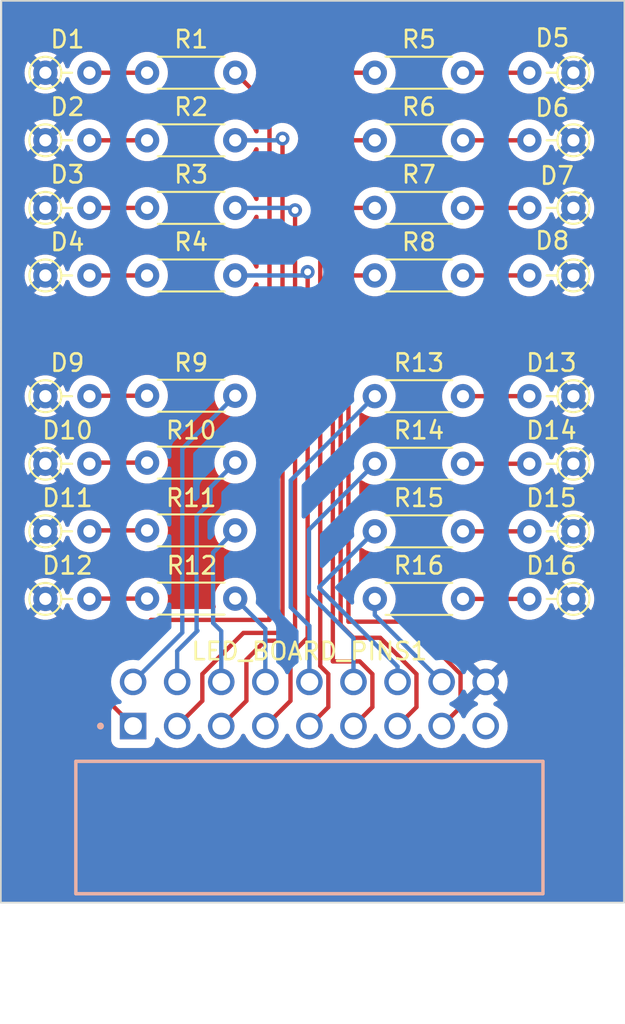
<source format=kicad_pcb>
(kicad_pcb (version 20221018) (generator pcbnew)
  (layers (0 "F.Cu" signal) (31 "B.Cu" signal) (34 "B.Paste" user) (35 "F.Paste" user) (36 "B.SilkS" user "B.Silkscreen") (37 "F.SilkS" user "F.Silkscreen") (38 "B.Mask" user) (39 "F.Mask" user) (44 "Edge.Cuts" user))
  (net 0 "")
  (net 1 "/GND")
  (net 2 "Net-(D1-A)")
  (net 3 "Net-(D2-A)")
  (net 4 "Net-(D3-A)")
  (net 5 "Net-(D4-A)")
  (net 6 "Net-(D5-A)")
  (net 7 "Net-(D6-A)")
  (net 8 "Net-(D7-A)")
  (net 9 "Net-(D8-A)")
  (net 10 "Net-(D9-A)")
  (net 11 "Net-(D10-A)")
  (net 12 "Net-(D11-A)")
  (net 13 "Net-(D12-A)")
  (net 14 "Net-(D13-A)")
  (net 15 "Net-(D14-A)")
  (net 16 "Net-(D15-A)")
  (net 17 "Net-(D16-A)")
  (net 18 "/Valve 1")
  (net 19 "/Valve 2")
  (net 20 "/Valve 3")
  (net 21 "/Valve 4")
  (net 22 "/Valve 5")
  (net 23 "/Valve 6")
  (net 24 "/Valve 7")
  (net 25 "/Valve 8")
  (net 26 "/Valve 9")
  (net 27 "/Valve 10")
  (net 28 "/Valve 11")
  (net 29 "/Valve 12")
  (net 30 "/Valve 13")
  (net 31 "/Valve 14")
  (net 32 "/Valve 15")
  (net 33 "/Valve 16")
  (footprint "Resistor_THT:R_Axial_DIN0204_L3.6mm_D1.6mm_P2.54mm_Vertical" (layer "F.Cu") (at 99.085 92.775)
    (fp_text reference "D9" (at 1.27 -1.92) (layer "F.SilkS"))
    (fp_text value "LED" hide)
    (fp_line (start 0.92 0) (end 1.54 0) (stroke (width 0.12)) (layer "F.SilkS"))
    (fp_circle (center 0 0) (end 0.92 0) (stroke (width 0.12)) (fill none) (layer "F.SilkS"))
    (pad "1" thru_hole circle (at 0 0) (size 1.4 1.4) (drill 0.7) (layers "*.Cu" "*.Mask") (net 1 "/GND"))
    (pad "2" thru_hole oval (at 2.54 0) (size 1.4 1.4) (drill 0.7) (layers "*.Cu" "*.Mask") (net 10 "Net-(D9-A)"))
  )
  (footprint "Resistor_THT:R_Axial_DIN0204_L3.6mm_D1.6mm_P2.54mm_Vertical" (layer "F.Cu") (at 129.515 78.05 180)
    (fp_text reference "D6" (at 1.22 1.875) (layer "F.SilkS"))
    (fp_text value "LED" hide)
    (fp_line (start 0.92 0) (end 1.54 0) (stroke (width 0.12)) (layer "F.SilkS"))
    (fp_circle (center 0 0) (end 0.92 0) (stroke (width 0.12)) (fill none) (layer "F.SilkS"))
    (pad "1" thru_hole circle (at 0 0 180) (size 1.4 1.4) (drill 0.7) (layers "*.Cu" "*.Mask") (net 1 "/GND"))
    (pad "2" thru_hole oval (at 2.54 0 180) (size 1.4 1.4) (drill 0.7) (layers "*.Cu" "*.Mask") (net 7 "Net-(D6-A)"))
  )
  (footprint "Resistor_THT:R_Axial_DIN0204_L3.6mm_D1.6mm_P5.08mm_Horizontal" (layer "F.Cu") (at 110.025 104.425 180)
    (fp_text reference "R12" (at 2.5 1.902) (layer "F.SilkS"))
    (fp_text value "R" hide)
    (fp_line (start 0.62 -0.92) (end 4.46 -0.92) (stroke (width 0.12)) (layer "F.SilkS"))
    (fp_line (start 0.62 0.92) (end 4.46 0.92) (stroke (width 0.12)) (layer "F.SilkS"))
    (pad "1" thru_hole circle (at 0 0 180) (size 1.4 1.4) (drill 0.7) (layers "*.Cu" "*.Mask") (net 29 "/Valve 12"))
    (pad "2" thru_hole oval (at 5.08 0 180) (size 1.4 1.4) (drill 0.7) (layers "*.Cu" "*.Mask") (net 13 "Net-(D12-A)"))
  )
  (footprint "Resistor_THT:R_Axial_DIN0204_L3.6mm_D1.6mm_P2.54mm_Vertical" (layer "F.Cu") (at 129.515 100.553666 180)
    (fp_text reference "D15" (at 1.27 1.92) (layer "F.SilkS"))
    (fp_text value "LED" hide)
    (fp_line (start 0.92 0) (end 1.54 0) (stroke (width 0.12)) (layer "F.SilkS"))
    (fp_circle (center 0 0) (end 0.92 0) (stroke (width 0.12)) (fill none) (layer "F.SilkS"))
    (pad "1" thru_hole circle (at 0 0 180) (size 1.4 1.4) (drill 0.7) (layers "*.Cu" "*.Mask") (net 1 "/GND"))
    (pad "2" thru_hole oval (at 2.54 0 180) (size 1.4 1.4) (drill 0.7) (layers "*.Cu" "*.Mask") (net 16 "Net-(D15-A)"))
  )
  (footprint "Resistor_THT:R_Axial_DIN0204_L3.6mm_D1.6mm_P2.54mm_Vertical" (layer "F.Cu") (at 99.085 96.664333)
    (fp_text reference "D10" (at 1.27 -1.92) (layer "F.SilkS"))
    (fp_text value "LED" hide)
    (fp_line (start 0.92 0) (end 1.54 0) (stroke (width 0.12)) (layer "F.SilkS"))
    (fp_circle (center 0 0) (end 0.92 0) (stroke (width 0.12)) (fill none) (layer "F.SilkS"))
    (pad "1" thru_hole circle (at 0 0) (size 1.4 1.4) (drill 0.7) (layers "*.Cu" "*.Mask") (net 1 "/GND"))
    (pad "2" thru_hole oval (at 2.54 0) (size 1.4 1.4) (drill 0.7) (layers "*.Cu" "*.Mask") (net 11 "Net-(D10-A)"))
  )
  (footprint "Resistor_THT:R_Axial_DIN0204_L3.6mm_D1.6mm_P2.54mm_Vertical" (layer "F.Cu") (at 99.085 100.553666)
    (fp_text reference "D11" (at 1.27 -1.92) (layer "F.SilkS"))
    (fp_text value "LED" hide)
    (fp_line (start 0.92 0) (end 1.54 0) (stroke (width 0.12)) (layer "F.SilkS"))
    (fp_circle (center 0 0) (end 0.92 0) (stroke (width 0.12)) (fill none) (layer "F.SilkS"))
    (pad "1" thru_hole circle (at 0 0) (size 1.4 1.4) (drill 0.7) (layers "*.Cu" "*.Mask") (net 1 "/GND"))
    (pad "2" thru_hole oval (at 2.54 0) (size 1.4 1.4) (drill 0.7) (layers "*.Cu" "*.Mask") (net 12 "Net-(D11-A)"))
  )
  (footprint "Resistor_THT:R_Axial_DIN0204_L3.6mm_D1.6mm_P2.54mm_Vertical" (layer "F.Cu") (at 99.085 85.828376)
    (fp_text reference "D4" (at 1.27 -1.92) (layer "F.SilkS"))
    (fp_text value "LED" hide)
    (fp_line (start 0.92 0) (end 1.54 0) (stroke (width 0.12)) (layer "F.SilkS"))
    (fp_circle (center 0 0) (end 0.92 0) (stroke (width 0.12)) (fill none) (layer "F.SilkS"))
    (pad "1" thru_hole circle (at 0 0) (size 1.4 1.4) (drill 0.7) (layers "*.Cu" "*.Mask") (net 1 "/GND"))
    (pad "2" thru_hole oval (at 2.54 0) (size 1.4 1.4) (drill 0.7) (layers "*.Cu" "*.Mask") (net 5 "Net-(D4-A)"))
  )
  (footprint "Resistor_THT:R_Axial_DIN0204_L3.6mm_D1.6mm_P5.08mm_Horizontal" (layer "F.Cu") (at 118.07 104.443)
    (fp_text reference "R16" (at 2.54 -1.92) (layer "F.SilkS"))
    (fp_text value "R" hide)
    (fp_line (start 0.62 -0.92) (end 4.46 -0.92) (stroke (width 0.12)) (layer "F.SilkS"))
    (fp_line (start 0.62 0.92) (end 4.46 0.92) (stroke (width 0.12)) (layer "F.SilkS"))
    (pad "1" thru_hole circle (at 0 0) (size 1.4 1.4) (drill 0.7) (layers "*.Cu" "*.Mask") (net 33 "/Valve 16"))
    (pad "2" thru_hole oval (at 5.08 0) (size 1.4 1.4) (drill 0.7) (layers "*.Cu" "*.Mask") (net 17 "Net-(D16-A)"))
  )
  (footprint "Resistor_THT:R_Axial_DIN0204_L3.6mm_D1.6mm_P5.08mm_Horizontal" (layer "F.Cu") (at 118.07 96.664333)
    (fp_text reference "R14" (at 2.54 -1.92) (layer "F.SilkS"))
    (fp_text value "R" hide)
    (fp_line (start 0.62 -0.92) (end 4.46 -0.92) (stroke (width 0.12)) (layer "F.SilkS"))
    (fp_line (start 0.62 0.92) (end 4.46 0.92) (stroke (width 0.12)) (layer "F.SilkS"))
    (pad "1" thru_hole circle (at 0 0) (size 1.4 1.4) (drill 0.7) (layers "*.Cu" "*.Mask") (net 31 "/Valve 14"))
    (pad "2" thru_hole oval (at 5.08 0) (size 1.4 1.4) (drill 0.7) (layers "*.Cu" "*.Mask") (net 15 "Net-(D14-A)"))
  )
  (footprint "Resistor_THT:R_Axial_DIN0204_L3.6mm_D1.6mm_P5.08mm_Horizontal" (layer "F.Cu") (at 110.025 78.05 180)
    (fp_text reference "R2" (at 2.54 1.92) (layer "F.SilkS"))
    (fp_text value "R" hide)
    (fp_line (start 0.62 -0.92) (end 4.46 -0.92) (stroke (width 0.12)) (layer "F.SilkS"))
    (fp_line (start 0.62 0.92) (end 4.46 0.92) (stroke (width 0.12)) (layer "F.SilkS"))
    (pad "1" thru_hole circle (at 0 0 180) (size 1.4 1.4) (drill 0.7) (layers "*.Cu" "*.Mask") (net 19 "/Valve 2"))
    (pad "2" thru_hole oval (at 5.08 0 180) (size 1.4 1.4) (drill 0.7) (layers "*.Cu" "*.Mask") (net 3 "Net-(D2-A)"))
  )
  (footprint "Resistor_THT:R_Axial_DIN0204_L3.6mm_D1.6mm_P5.08mm_Horizontal" (layer "F.Cu") (at 110.025 81.939187 180)
    (fp_text reference "R3" (at 2.54 1.92) (layer "F.SilkS"))
    (fp_text value "R" hide)
    (fp_line (start 0.62 -0.92) (end 4.46 -0.92) (stroke (width 0.12)) (layer "F.SilkS"))
    (fp_line (start 0.62 0.92) (end 4.46 0.92) (stroke (width 0.12)) (layer "F.SilkS"))
    (pad "1" thru_hole circle (at 0 0 180) (size 1.4 1.4) (drill 0.7) (layers "*.Cu" "*.Mask") (net 20 "/Valve 3"))
    (pad "2" thru_hole oval (at 5.08 0 180) (size 1.4 1.4) (drill 0.7) (layers "*.Cu" "*.Mask") (net 4 "Net-(D3-A)"))
  )
  (footprint "Resistor_THT:R_Axial_DIN0204_L3.6mm_D1.6mm_P2.54mm_Vertical" (layer "F.Cu") (at 129.515 81.939187 180)
    (fp_text reference "D7" (at 0.945 1.85) (layer "F.SilkS"))
    (fp_text value "LED" hide)
    (fp_line (start 0.92 0) (end 1.54 0) (stroke (width 0.12)) (layer "F.SilkS"))
    (fp_circle (center 0 0) (end 0.92 0) (stroke (width 0.12)) (fill none) (layer "F.SilkS"))
    (pad "1" thru_hole circle (at 0 0 180) (size 1.4 1.4) (drill 0.7) (layers "*.Cu" "*.Mask") (net 1 "/GND"))
    (pad "2" thru_hole oval (at 2.54 0 180) (size 1.4 1.4) (drill 0.7) (layers "*.Cu" "*.Mask") (net 8 "Net-(D7-A)"))
  )
  (footprint "Resistor_THT:R_Axial_DIN0204_L3.6mm_D1.6mm_P5.08mm_Horizontal" (layer "F.Cu") (at 110.025 92.75 180)
    (fp_text reference "R9" (at 2.54 1.895) (layer "F.SilkS"))
    (fp_text value "R" hide)
    (fp_line (start 0.62 -0.92) (end 4.46 -0.92) (stroke (width 0.12)) (layer "F.SilkS"))
    (fp_line (start 0.62 0.92) (end 4.46 0.92) (stroke (width 0.12)) (layer "F.SilkS"))
    (pad "1" thru_hole circle (at 0 0 180) (size 1.4 1.4) (drill 0.7) (layers "*.Cu" "*.Mask") (net 26 "/Valve 9"))
    (pad "2" thru_hole oval (at 5.08 0 180) (size 1.4 1.4) (drill 0.7) (layers "*.Cu" "*.Mask") (net 10 "Net-(D9-A)"))
  )
  (footprint "Resistor_THT:R_Axial_DIN0204_L3.6mm_D1.6mm_P5.08mm_Horizontal" (layer "F.Cu") (at 110.025 96.6 180)
    (fp_text reference "R10" (at 2.54 1.855667) (layer "F.SilkS"))
    (fp_text value "R" hide)
    (fp_line (start 0.62 -0.92) (end 4.46 -0.92) (stroke (width 0.12)) (layer "F.SilkS"))
    (fp_line (start 0.62 0.92) (end 4.46 0.92) (stroke (width 0.12)) (layer "F.SilkS"))
    (pad "1" thru_hole circle (at 0 0 180) (size 1.4 1.4) (drill 0.7) (layers "*.Cu" "*.Mask") (net 27 "/Valve 10"))
    (pad "2" thru_hole oval (at 5.08 0 180) (size 1.4 1.4) (drill 0.7) (layers "*.Cu" "*.Mask") (net 11 "Net-(D10-A)"))
  )
  (footprint "Resistor_THT:R_Axial_DIN0204_L3.6mm_D1.6mm_P2.54mm_Vertical" (layer "F.Cu") (at 99.085 78.05)
    (fp_text reference "D2" (at 1.27 -1.92) (layer "F.SilkS"))
    (fp_text value "LED" hide)
    (fp_line (start 0.92 0) (end 1.54 0) (stroke (width 0.12)) (layer "F.SilkS"))
    (fp_circle (center 0 0) (end 0.92 0) (stroke (width 0.12)) (fill none) (layer "F.SilkS"))
    (pad "1" thru_hole circle (at 0 0) (size 1.4 1.4) (drill 0.7) (layers "*.Cu" "*.Mask") (net 1 "/GND"))
    (pad "2" thru_hole oval (at 2.54 0) (size 1.4 1.4) (drill 0.7) (layers "*.Cu" "*.Mask") (net 3 "Net-(D2-A)"))
  )
  (footprint "Resistor_THT:R_Axial_DIN0204_L3.6mm_D1.6mm_P2.54mm_Vertical" (layer "F.Cu") (at 129.515 96.664333 180)
    (fp_text reference "D14" (at 1.27 1.92) (layer "F.SilkS"))
    (fp_text value "LED" hide)
    (fp_line (start 0.92 0) (end 1.54 0) (stroke (width 0.12)) (layer "F.SilkS"))
    (fp_circle (center 0 0) (end 0.92 0) (stroke (width 0.12)) (fill none) (layer "F.SilkS"))
    (pad "1" thru_hole circle (at 0 0 180) (size 1.4 1.4) (drill 0.7) (layers "*.Cu" "*.Mask") (net 1 "/GND"))
    (pad "2" thru_hole oval (at 2.54 0 180) (size 1.4 1.4) (drill 0.7) (layers "*.Cu" "*.Mask") (net 15 "Net-(D14-A)"))
  )
  (footprint "Resistor_THT:R_Axial_DIN0204_L3.6mm_D1.6mm_P5.08mm_Horizontal" (layer "F.Cu") (at 110.025 85.828376 180)
    (fp_text reference "R4" (at 2.54 1.92) (layer "F.SilkS"))
    (fp_text value "R" hide)
    (fp_line (start 0.62 -0.92) (end 4.46 -0.92) (stroke (width 0.12)) (layer "F.SilkS"))
    (fp_line (start 0.62 0.92) (end 4.46 0.92) (stroke (width 0.12)) (layer "F.SilkS"))
    (pad "1" thru_hole circle (at 0 0 180) (size 1.4 1.4) (drill 0.7) (layers "*.Cu" "*.Mask") (net 21 "/Valve 4"))
    (pad "2" thru_hole oval (at 5.08 0 180) (size 1.4 1.4) (drill 0.7) (layers "*.Cu" "*.Mask") (net 5 "Net-(D4-A)"))
  )
  (footprint "Resistor_THT:R_Axial_DIN0204_L3.6mm_D1.6mm_P5.08mm_Horizontal" (layer "F.Cu") (at 118.07 92.775)
    (fp_text reference "R13" (at 2.54 -1.92) (layer "F.SilkS"))
    (fp_text value "R" hide)
    (fp_line (start 0.62 -0.92) (end 4.46 -0.92) (stroke (width 0.12)) (layer "F.SilkS"))
    (fp_line (start 0.62 0.92) (end 4.46 0.92) (stroke (width 0.12)) (layer "F.SilkS"))
    (pad "1" thru_hole circle (at 0 0) (size 1.4 1.4) (drill 0.7) (layers "*.Cu" "*.Mask") (net 30 "/Valve 13"))
    (pad "2" thru_hole oval (at 5.08 0) (size 1.4 1.4) (drill 0.7) (layers "*.Cu" "*.Mask") (net 14 "Net-(D13-A)"))
  )
  (footprint "Resistor_THT:R_Axial_DIN0204_L3.6mm_D1.6mm_P5.08mm_Horizontal" (layer "F.Cu") (at 118.07 81.939187)
    (fp_text reference "R7" (at 2.54 -1.92) (layer "F.SilkS"))
    (fp_text value "R" hide)
    (fp_line (start 0.62 -0.92) (end 4.46 -0.92) (stroke (width 0.12)) (layer "F.SilkS"))
    (fp_line (start 0.62 0.92) (end 4.46 0.92) (stroke (width 0.12)) (layer "F.SilkS"))
    (pad "1" thru_hole circle (at 0 0) (size 1.4 1.4) (drill 0.7) (layers "*.Cu" "*.Mask") (net 24 "/Valve 7"))
    (pad "2" thru_hole oval (at 5.08 0) (size 1.4 1.4) (drill 0.7) (layers "*.Cu" "*.Mask") (net 8 "Net-(D7-A)"))
  )
  (footprint "Resistor_THT:R_Axial_DIN0204_L3.6mm_D1.6mm_P5.08mm_Horizontal" (layer "F.Cu") (at 110.025 100.5 180)
    (fp_text reference "R11" (at 2.54 1.866334) (layer "F.SilkS"))
    (fp_text value "R" hide)
    (fp_line (start 0.62 -0.92) (end 4.46 -0.92) (stroke (width 0.12)) (layer "F.SilkS"))
    (fp_line (start 0.62 0.92) (end 4.46 0.92) (stroke (width 0.12)) (layer "F.SilkS"))
    (pad "1" thru_hole circle (at 0 0 180) (size 1.4 1.4) (drill 0.7) (layers "*.Cu" "*.Mask") (net 28 "/Valve 11"))
    (pad "2" thru_hole oval (at 5.08 0 180) (size 1.4 1.4) (drill 0.7) (layers "*.Cu" "*.Mask") (net 12 "Net-(D11-A)"))
  )
  (footprint "Resistor_THT:R_Axial_DIN0204_L3.6mm_D1.6mm_P5.08mm_Horizontal" (layer "F.Cu") (at 118.07 85.828376)
    (fp_text reference "R8" (at 2.54 -1.92) (layer "F.SilkS"))
    (fp_text value "R" hide)
    (fp_line (start 0.62 -0.92) (end 4.46 -0.92) (stroke (width 0.12)) (layer "F.SilkS"))
    (fp_line (start 0.62 0.92) (end 4.46 0.92) (stroke (width 0.12)) (layer "F.SilkS"))
    (pad "1" thru_hole circle (at 0 0) (size 1.4 1.4) (drill 0.7) (layers "*.Cu" "*.Mask") (net 25 "/Valve 8"))
    (pad "2" thru_hole oval (at 5.08 0) (size 1.4 1.4) (drill 0.7) (layers "*.Cu" "*.Mask") (net 9 "Net-(D8-A)"))
  )
  (footprint "Resistor_THT:R_Axial_DIN0204_L3.6mm_D1.6mm_P2.54mm_Vertical" (layer "F.Cu") (at 129.515 104.443 180)
    (fp_text reference "D16" (at 1.27 1.92) (layer "F.SilkS"))
    (fp_text value "LED" hide)
    (fp_line (start 0.92 0) (end 1.54 0) (stroke (width 0.12)) (layer "F.SilkS"))
    (fp_circle (center 0 0) (end 0.92 0) (stroke (width 0.12)) (fill none) (layer "F.SilkS"))
    (pad "1" thru_hole circle (at 0 0 180) (size 1.4 1.4) (drill 0.7) (layers "*.Cu" "*.Mask") (net 1 "/GND"))
    (pad "2" thru_hole oval (at 2.54 0 180) (size 1.4 1.4) (drill 0.7) (layers "*.Cu" "*.Mask") (net 17 "Net-(D16-A)"))
  )
  (footprint "Resistor_THT:R_Axial_DIN0204_L3.6mm_D1.6mm_P2.54mm_Vertical" (layer "F.Cu") (at 129.515 92.775 180)
    (fp_text reference "D13" (at 1.27 1.92) (layer "F.SilkS"))
    (fp_text value "LED" hide)
    (fp_line (start 0.92 0) (end 1.54 0) (stroke (width 0.12)) (layer "F.SilkS"))
    (fp_circle (center 0 0) (end 0.92 0) (stroke (width 0.12)) (fill none) (layer "F.SilkS"))
    (pad "1" thru_hole circle (at 0 0 180) (size 1.4 1.4) (drill 0.7) (layers "*.Cu" "*.Mask") (net 1 "/GND"))
    (pad "2" thru_hole oval (at 2.54 0 180) (size 1.4 1.4) (drill 0.7) (layers "*.Cu" "*.Mask") (net 14 "Net-(D13-A)"))
  )
  (footprint "Resistor_THT:R_Axial_DIN0204_L3.6mm_D1.6mm_P5.08mm_Horizontal" (layer "F.Cu") (at 118.07 100.553666)
    (fp_text reference "R15" (at 2.54 -1.92) (layer "F.SilkS"))
    (fp_text value "R" hide)
    (fp_line (start 0.62 -0.92) (end 4.46 -0.92) (stroke (width 0.12)) (layer "F.SilkS"))
    (fp_line (start 0.62 0.92) (end 4.46 0.92) (stroke (width 0.12)) (layer "F.SilkS"))
    (pad "1" thru_hole circle (at 0 0) (size 1.4 1.4) (drill 0.7) (layers "*.Cu" "*.Mask") (net 32 "/Valve 15"))
    (pad "2" thru_hole oval (at 5.08 0) (size 1.4 1.4) (drill 0.7) (layers "*.Cu" "*.Mask") (net 16 "Net-(D15-A)"))
  )
  (footprint "Resistor_THT:R_Axial_DIN0204_L3.6mm_D1.6mm_P2.54mm_Vertical" (layer "F.Cu") (at 99.085 104.443)
    (fp_text reference "D12" (at 1.27 -1.92) (layer "F.SilkS"))
    (fp_text value "LED" hide)
    (fp_line (start 0.92 0) (end 1.54 0) (stroke (width 0.12)) (layer "F.SilkS"))
    (fp_circle (center 0 0) (end 0.92 0) (stroke (width 0.12)) (fill none) (layer "F.SilkS"))
    (pad "1" thru_hole circle (at 0 0) (size 1.4 1.4) (drill 0.7) (layers "*.Cu" "*.Mask") (net 1 "/GND"))
    (pad "2" thru_hole oval (at 2.54 0) (size 1.4 1.4) (drill 0.7) (layers "*.Cu" "*.Mask") (net 13 "Net-(D12-A)"))
  )
  (footprint "Resistor_THT:R_Axial_DIN0204_L3.6mm_D1.6mm_P2.54mm_Vertical" (layer "F.Cu") (at 99.085 81.939187)
    (fp_text reference "D3" (at 1.27 -1.92) (layer "F.SilkS"))
    (fp_text value "LED" hide)
    (fp_line (start 0.92 0) (end 1.54 0) (stroke (width 0.12)) (layer "F.SilkS"))
    (fp_circle (center 0 0) (end 0.92 0) (stroke (width 0.12)) (fill none) (layer "F.SilkS"))
    (pad "1" thru_hole circle (at 0 0) (size 1.4 1.4) (drill 0.7) (layers "*.Cu" "*.Mask") (net 1 "/GND"))
    (pad "2" thru_hole oval (at 2.54 0) (size 1.4 1.4) (drill 0.7) (layers "*.Cu" "*.Mask") (net 4 "Net-(D3-A)"))
  )
  (footprint "Resistor_THT:R_Axial_DIN0204_L3.6mm_D1.6mm_P5.08mm_Horizontal" (layer "F.Cu") (at 110.025 74.160813 180)
    (fp_text reference "R1" (at 2.54 1.92) (layer "F.SilkS"))
    (fp_text value "R" hide)
    (fp_line (start 0.62 -0.92) (end 4.46 -0.92) (stroke (width 0.12)) (layer "F.SilkS"))
    (fp_line (start 0.62 0.92) (end 4.46 0.92) (stroke (width 0.12)) (layer "F.SilkS"))
    (pad "1" thru_hole circle (at 0 0 180) (size 1.4 1.4) (drill 0.7) (layers "*.Cu" "*.Mask") (net 18 "/Valve 1"))
    (pad "2" thru_hole oval (at 5.08 0 180) (size 1.4 1.4) (drill 0.7) (layers "*.Cu" "*.Mask") (net 2 "Net-(D1-A)"))
  )
  (footprint "Resistor_THT:R_Axial_DIN0204_L3.6mm_D1.6mm_P5.08mm_Horizontal" (layer "F.Cu") (at 118.07 78.05)
    (fp_text reference "R6" (at 2.54 -1.92) (layer "F.SilkS"))
    (fp_text value "R" hide)
    (fp_line (start 0.62 -0.92) (end 4.46 -0.92) (stroke (width 0.12)) (layer "F.SilkS"))
    (fp_line (start 0.62 0.92) (end 4.46 0.92) (stroke (width 0.12)) (layer "F.SilkS"))
    (pad "1" thru_hole circle (at 0 0) (size 1.4 1.4) (drill 0.7) (layers "*.Cu" "*.Mask") (net 23 "/Valve 6"))
    (pad "2" thru_hole oval (at 5.08 0) (size 1.4 1.4) (drill 0.7) (layers "*.Cu" "*.Mask") (net 7 "Net-(D6-A)"))
  )
  (footprint "Resistor_THT:R_Axial_DIN0204_L3.6mm_D1.6mm_P2.54mm_Vertical" (layer "F.Cu") (at 129.515 74.160813 180)
    (fp_text reference "D5" (at 1.215 2) (layer "F.SilkS"))
    (fp_text value "LED" hide)
    (fp_line (start 0.92 0) (end 1.54 0) (stroke (width 0.12)) (layer "F.SilkS"))
    (fp_circle (center 0 0) (end 0.92 0) (stroke (width 0.12)) (fill none) (layer "F.SilkS"))
    (pad "1" thru_hole circle (at 0 0 180) (size 1.4 1.4) (drill 0.7) (layers "*.Cu" "*.Mask") (net 1 "/GND"))
    (pad "2" thru_hole oval (at 2.54 0 180) (size 1.4 1.4) (drill 0.7) (layers "*.Cu" "*.Mask") (net 6 "Net-(D5-A)"))
  )
  (footprint "Resistor_THT:R_Axial_DIN0204_L3.6mm_D1.6mm_P2.54mm_Vertical" (layer "F.Cu") (at 129.515 85.828376 180)
    (fp_text reference "D8" (at 1.22 2) (layer "F.SilkS"))
    (fp_text value "LED" hide)
    (fp_line (start 0.92 0) (end 1.54 0) (stroke (width 0.12)) (layer "F.SilkS"))
    (fp_circle (center 0 0) (end 0.92 0) (stroke (width 0.12)) (fill none) (layer "F.SilkS"))
    (pad "1" thru_hole circle (at 0 0 180) (size 1.4 1.4) (drill 0.7) (layers "*.Cu" "*.Mask") (net 1 "/GND"))
    (pad "2" thru_hole oval (at 2.54 0 180) (size 1.4 1.4) (drill 0.7) (layers "*.Cu" "*.Mask") (net 9 "Net-(D8-A)"))
  )
  (footprint "Resistor_THT:R_Axial_DIN0204_L3.6mm_D1.6mm_P2.54mm_Vertical" (layer "F.Cu") (at 99.085 74.160813)
    (fp_text reference "D1" (at 1.27 -1.92) (layer "F.SilkS"))
    (fp_text value "LED" hide)
    (fp_line (start 0.92 0) (end 1.54 0) (stroke (width 0.12)) (layer "F.SilkS"))
    (fp_circle (center 0 0) (end 0.92 0) (stroke (width 0.12)) (fill none) (layer "F.SilkS"))
    (pad "1" thru_hole circle (at 0 0) (size 1.4 1.4) (drill 0.7) (layers "*.Cu" "*.Mask") (net 1 "/GND"))
    (pad "2" thru_hole oval (at 2.54 0) (size 1.4 1.4) (drill 0.7) (layers "*.Cu" "*.Mask") (net 2 "Net-(D1-A)"))
  )
  (footprint "Resistor_THT:R_Axial_DIN0204_L3.6mm_D1.6mm_P5.08mm_Horizontal" (layer "F.Cu") (at 118.07 74.160813)
    (fp_text reference "R5" (at 2.54 -1.92) (layer "F.SilkS"))
    (fp_text value "R" hide)
    (fp_line (start 0.62 -0.92) (end 4.46 -0.92) (stroke (width 0.12)) (layer "F.SilkS"))
    (fp_line (start 0.62 0.92) (end 4.46 0.92) (stroke (width 0.12)) (layer "F.SilkS"))
    (pad "1" thru_hole circle (at 0 0) (size 1.4 1.4) (drill 0.7) (layers "*.Cu" "*.Mask") (net 22 "/Valve 5"))
    (pad "2" thru_hole oval (at 5.08 0) (size 1.4 1.4) (drill 0.7) (layers "*.Cu" "*.Mask") (net 6 "Net-(D5-A)"))
  )
  (footprint "IPL1-109-01-L-D-RE1-K:SAMTEC_IPL1-109-01-L-D-RE1-K" (layer "B.Cu") (at 114.3 110.49)
    (fp_text reference "LED_BOARD_PINS1" (at 0 -3.035) (layer "F.SilkS"))
    (fp_text value "IPL1-108-01-L-D-RE1-K-WT" hide)
    (fp_line (start -13.46 3.3) (end 13.46 3.3) (stroke (width 0.2)) (layer "B.SilkS"))
    (fp_line (start -13.46 10.92) (end -13.46 3.3) (stroke (width 0.2)) (layer "B.SilkS"))
    (fp_line (start 13.46 3.3) (end 13.46 10.92) (stroke (width 0.2)) (layer "B.SilkS"))
    (fp_line (start 13.46 10.92) (end -13.46 10.92) (stroke (width 0.2)) (layer "B.SilkS"))
    (fp_circle (center -12.04 1.27) (end -11.94 1.27) (stroke (width 0.2)) (fill none) (layer "B.SilkS"))
    (pad "01" thru_hole rect (at -10.16 1.27) (size 1.53 1.53) (drill 1.02) (layers "*.Cu" "*.Mask") (net 18 "/Valve 1"))
    (pad "02" thru_hole circle (at -7.62 1.27) (size 1.53 1.53) (drill 1.02) (layers "*.Cu" "*.Mask") (net 19 "/Valve 2"))
    (pad "03" thru_hole circle (at -5.08 1.27) (size 1.53 1.53) (drill 1.02) (layers "*.Cu" "*.Mask") (net 20 "/Valve 3"))
    (pad "04" thru_hole circle (at -2.54 1.27) (size 1.53 1.53) (drill 1.02) (layers "*.Cu" "*.Mask") (net 21 "/Valve 4"))
    (pad "05" thru_hole circle (at 0 1.27) (size 1.53 1.53) (drill 1.02) (layers "*.Cu" "*.Mask") (net 22 "/Valve 5"))
    (pad "06" thru_hole circle (at 2.54 1.27) (size 1.53 1.53) (drill 1.02) (layers "*.Cu" "*.Mask") (net 23 "/Valve 6"))
    (pad "07" thru_hole circle (at 5.08 1.27) (size 1.53 1.53) (drill 1.02) (layers "*.Cu" "*.Mask") (net 24 "/Valve 7"))
    (pad "08" thru_hole circle (at 7.62 1.27) (size 1.53 1.53) (drill 1.02) (layers "*.Cu" "*.Mask") (net 25 "/Valve 8"))
    (pad "09" thru_hole circle (at 10.16 1.27) (size 1.53 1.53) (drill 1.02) (layers "*.Cu" "*.Mask"))
    (pad "10" thru_hole circle (at -10.16 -1.27) (size 1.53 1.53) (drill 1.02) (layers "*.Cu" "*.Mask") (net 26 "/Valve 9"))
    (pad "11" thru_hole circle (at -7.62 -1.27) (size 1.53 1.53) (drill 1.02) (layers "*.Cu" "*.Mask") (net 27 "/Valve 10"))
    (pad "12" thru_hole circle (at -5.08 -1.27) (size 1.53 1.53) (drill 1.02) (layers "*.Cu" "*.Mask") (net 28 "/Valve 11"))
    (pad "13" thru_hole circle (at -2.54 -1.27) (size 1.53 1.53) (drill 1.02) (layers "*.Cu" "*.Mask") (net 29 "/Valve 12"))
    (pad "14" thru_hole circle (at 0 -1.27) (size 1.53 1.53) (drill 1.02) (layers "*.Cu" "*.Mask") (net 30 "/Valve 13"))
    (pad "15" thru_hole circle (at 2.54 -1.27) (size 1.53 1.53) (drill 1.02) (layers "*.Cu" "*.Mask") (net 31 "/Valve 14"))
    (pad "16" thru_hole circle (at 5.08 -1.27) (size 1.53 1.53) (drill 1.02) (layers "*.Cu" "*.Mask") (net 32 "/Valve 15"))
    (pad "17" thru_hole circle (at 7.62 -1.27) (size 1.53 1.53) (drill 1.02) (layers "*.Cu" "*.Mask") (net 33 "/Valve 16"))
    (pad "18" thru_hole circle (at 10.16 -1.27) (size 1.53 1.53) (drill 1.02) (layers "*.Cu" "*.Mask") (net 1 "/GND"))
  )
  (gr_line (start 132.425 121.92) (end 96.52 121.92) (stroke (width 0.1)) (layer "Edge.Cuts"))
  (gr_line (start 96.55 70.025) (end 132.45 70.025) (stroke (width 0.1)) (layer "Edge.Cuts"))
  (gr_line (start 96.52 121.92) (end 96.55 70.025) (stroke (width 0.1)) (layer "Edge.Cuts"))
  (gr_line (start 132.45 70.025) (end 132.425 121.92) (stroke (width 0.1)) (layer "Edge.Cuts"))
  (segment (start 101.625 74.160813) (end 104.945 74.160813) (width 0.25) (layer "F.Cu") (net 2))
  (segment (start 101.625 78.05) (end 104.945 78.05) (width 0.25) (layer "F.Cu") (net 3))
  (segment (start 101.625 81.939187) (end 104.945 81.939187) (width 0.25) (layer "F.Cu") (net 4))
  (segment (start 101.625 85.828376) (end 104.945 85.828376) (width 0.25) (layer "F.Cu") (net 5))
  (segment (start 123.15 74.160813) (end 126.975 74.160813) (width 0.25) (layer "F.Cu") (net 6))
  (segment (start 123.15 78.05) (end 126.975 78.05) (width 0.25) (layer "F.Cu") (net 7))
  (segment (start 123.15 81.939187) (end 126.975 81.939187) (width 0.25) (layer "F.Cu") (net 8))
  (segment (start 123.15 85.828376) (end 126.975 85.828376) (width 0.25) (layer "F.Cu") (net 9))
  (segment (start 104.945 92.75) (end 101.65 92.75) (width 0.25) (layer "F.Cu") (net 10))
  (segment (start 101.65 92.75) (end 101.625 92.775) (width 0.25) (layer "F.Cu") (net 10))
  (segment (start 101.689333 96.6) (end 101.625 96.664333) (width 0.25) (layer "F.Cu") (net 11))
  (segment (start 104.945 96.6) (end 101.689333 96.6) (width 0.25) (layer "F.Cu") (net 11))
  (segment (start 101.678666 100.5) (end 101.625 100.553666) (width 0.25) (layer "F.Cu") (net 12))
  (segment (start 104.945 100.5) (end 101.678666 100.5) (width 0.25) (layer "F.Cu") (net 12))
  (segment (start 104.945 104.425) (end 101.643 104.425) (width 0.25) (layer "F.Cu") (net 13))
  (segment (start 101.643 104.425) (end 101.625 104.443) (width 0.25) (layer "F.Cu") (net 13))
  (segment (start 123.15 92.775) (end 126.975 92.775) (width 0.25) (layer "F.Cu") (net 14))
  (segment (start 123.15 96.664333) (end 126.975 96.664333) (width 0.25) (layer "F.Cu") (net 15))
  (segment (start 123.15 100.553666) (end 126.975 100.553666) (width 0.25) (layer "F.Cu") (net 16))
  (segment (start 123.15 104.443) (end 126.975 104.443) (width 0.25) (layer "F.Cu") (net 17))
  (segment (start 105.17 105.65) (end 112 105.65) (width 0.25) (layer "F.Cu") (net 18))
  (segment (start 101.6 109.22) (end 105.17 105.65) (width 0.25) (layer "F.Cu") (net 18))
  (segment (start 104.14 111.76) (end 101.6 109.22) (width 0.25) (layer "F.Cu") (net 18))
  (segment (start 112 76.135813) (end 110.025 74.160813) (width 0.25) (layer "F.Cu") (net 18))
  (segment (start 112 105.65) (end 112 76.135813) (width 0.25) (layer "F.Cu") (net 18))
  (segment (start 108.13 108.768507) (end 110.499547 106.39896) (width 0.25) (layer "F.Cu") (net 19))
  (segment (start 108.13 110.31) (end 108.13 108.768507) (width 0.25) (layer "F.Cu") (net 19))
  (segment (start 110.499547 106.39896) (end 112.75 106.39896) (width 0.25) (layer "F.Cu") (net 19))
  (segment (start 112.75 106.39896) (end 112.75 77.95) (width 0.25) (layer "F.Cu") (net 19))
  (segment (start 106.68 111.76) (end 108.13 110.31) (width 0.25) (layer "F.Cu") (net 19))
  (via (at 112.75 77.95) (size 0.8) (drill 0.4) (layers "F.Cu" "B.Cu") (net 19))
  (segment (start 112.65 78.05) (end 110.025 78.05) (width 0.25) (layer "B.Cu") (net 19))
  (segment (start 112.75 77.95) (end 112.65 78.05) (width 0.25) (layer "B.Cu") (net 19))
  (segment (start 111.76 106.84896) (end 113.3 106.84896) (width 0.25) (layer "F.Cu") (net 20))
  (segment (start 113.4745 106.67446) (end 113.4745 82.075) (width 0.25) (layer "F.Cu") (net 20))
  (segment (start 109.22 111.76) (end 110.67 110.31) (width 0.25) (layer "F.Cu") (net 20))
  (segment (start 110.67 107.93896) (end 111.76 106.84896) (width 0.25) (layer "F.Cu") (net 20))
  (segment (start 110.67 110.31) (end 110.67 107.93896) (width 0.25) (layer "F.Cu") (net 20))
  (segment (start 113.3 106.84896) (end 113.4745 106.67446) (width 0.25) (layer "F.Cu") (net 20))
  (via (at 113.4745 82.075) (size 0.8) (drill 0.4) (layers "F.Cu" "B.Cu") (net 20))
  (segment (start 113.4745 82.075) (end 113.338687 81.939187) (width 0.25) (layer "B.Cu") (net 20))
  (segment (start 113.338687 81.939187) (end 110.025 81.939187) (width 0.25) (layer "B.Cu") (net 20))
  (segment (start 111.76 111.76) (end 113.21 110.31) (width 0.25) (layer "F.Cu") (net 21))
  (segment (start 113.21 110.31) (end 113.21 107.669) (width 0.25) (layer "F.Cu") (net 21))
  (segment (start 114.199 106.68) (end 114.199 85.625) (width 0.25) (layer "F.Cu") (net 21))
  (segment (start 113.21 107.669) (end 114.199 106.68) (width 0.25) (layer "F.Cu") (net 21))
  (via (at 114.199 85.625) (size 0.8) (drill 0.4) (layers "F.Cu" "B.Cu") (net 21))
  (segment (start 114.199 85.625) (end 113.995624 85.828376) (width 0.25) (layer "B.Cu") (net 21))
  (segment (start 113.995624 85.828376) (end 110.025 85.828376) (width 0.25) (layer "B.Cu") (net 21))
  (segment (start 114.925 74.325) (end 115.089187 74.160813) (width 0.25) (layer "F.Cu") (net 22))
  (segment (start 115.39 108.768507) (end 114.925 108.303507) (width 0.25) (layer "F.Cu") (net 22))
  (segment (start 115.39 110.67) (end 115.39 108.768507) (width 0.25) (layer "F.Cu") (net 22))
  (segment (start 115.089187 74.160813) (end 118.07 74.160813) (width 0.25) (layer "F.Cu") (net 22))
  (segment (start 114.3 111.76) (end 115.39 110.67) (width 0.25) (layer "F.Cu") (net 22))
  (segment (start 114.925 108.303507) (end 114.925 74.325) (width 0.25) (layer "F.Cu") (net 22))
  (segment (start 116.84 111.76) (end 117.93 110.67) (width 0.25) (layer "F.Cu") (net 23))
  (segment (start 115.65 78.1) (end 115.7 78.05) (width 0.25) (layer "F.Cu") (net 23))
  (segment (start 115.7 78.05) (end 118.07 78.05) (width 0.25) (layer "F.Cu") (net 23))
  (segment (start 115.65 108.039339) (end 115.65 78.1) (width 0.25) (layer "F.Cu") (net 23))
  (segment (start 117.93 108.768507) (end 117.200832 108.039339) (width 0.25) (layer "F.Cu") (net 23))
  (segment (start 117.200832 108.039339) (end 115.65 108.039339) (width 0.25) (layer "F.Cu") (net 23))
  (segment (start 117.93 110.67) (end 117.93 108.768507) (width 0.25) (layer "F.Cu") (net 23))
  (segment (start 116.1 82.25) (end 116.410813 81.939187) (width 0.25) (layer "F.Cu") (net 24))
  (segment (start 120.47 108.768507) (end 120.47 110.67) (width 0.25) (layer "F.Cu") (net 24))
  (segment (start 116.1 82.25) (end 116.1 105.94) (width 0.25) (layer "F.Cu") (net 24))
  (segment (start 116.1 105.94) (end 116.84 106.68) (width 0.25) (layer "F.Cu") (net 24))
  (segment (start 116.84 106.68) (end 118.381493 106.68) (width 0.25) (layer "F.Cu") (net 24))
  (segment (start 118.381493 106.68) (end 120.47 108.768507) (width 0.25) (layer "F.Cu") (net 24))
  (segment (start 116.410813 81.939187) (end 118.07 81.939187) (width 0.25) (layer "F.Cu") (net 24))
  (segment (start 120.47 110.67) (end 119.38 111.76) (width 0.25) (layer "F.Cu") (net 24))
  (segment (start 123.01 110.67) (end 121.92 111.76) (width 0.25) (layer "F.Cu") (net 25))
  (segment (start 116.55 85.925) (end 116.55 105.753604) (width 0.25) (layer "F.Cu") (net 25))
  (segment (start 116.675 85.8) (end 116.55 85.925) (width 0.25) (layer "F.Cu") (net 25))
  (segment (start 123.01 108.768507) (end 123.01 110.67) (width 0.25) (layer "F.Cu") (net 25))
  (segment (start 116.55 105.753604) (end 119.995097 105.753604) (width 0.25) (layer "F.Cu") (net 25))
  (segment (start 116.675 85.8) (end 116.703376 85.828376) (width 0.25) (layer "F.Cu") (net 25))
  (segment (start 119.995097 105.753604) (end 123.01 108.768507) (width 0.25) (layer "F.Cu") (net 25))
  (segment (start 116.703376 85.828376) (end 118.07 85.828376) (width 0.25) (layer "F.Cu") (net 25))
  (segment (start 110.025 92.75) (end 106.975 95.8) (width 0.25) (layer "B.Cu") (net 26))
  (segment (start 106.975 106.385) (end 104.14 109.22) (width 0.25) (layer "B.Cu") (net 26))
  (segment (start 106.975 95.8) (end 106.975 106.385) (width 0.25) (layer "B.Cu") (net 26))
  (segment (start 107.85 106.275) (end 107.8 106.225) (width 0.25) (layer "B.Cu") (net 27))
  (segment (start 107.8 106.225) (end 107.8 99.675) (width 0.25) (layer "B.Cu") (net 27))
  (segment (start 106.68 109.22) (end 106.68 107.445) (width 0.25) (layer "B.Cu") (net 27))
  (segment (start 108.6 98.875) (end 108.6 98.025) (width 0.25) (layer "B.Cu") (net 27))
  (segment (start 107.8 99.675) (end 108.6 98.875) (width 0.25) (layer "B.Cu") (net 27))
  (segment (start 108.6 98.025) (end 110.025 96.6) (width 0.25) (layer "B.Cu") (net 27))
  (segment (start 106.68 107.445) (end 107.85 106.275) (width 0.25) (layer "B.Cu") (net 27))
  (segment (start 108.75 105.825) (end 108.75 101.775) (width 0.25) (layer "B.Cu") (net 28))
  (segment (start 109.22 106.295) (end 108.75 105.825) (width 0.25) (layer "B.Cu") (net 28))
  (segment (start 109.22 109.22) (end 109.22 106.295) (width 0.25) (layer "B.Cu") (net 28))
  (segment (start 108.75 101.775) (end 110.025 100.5) (width 0.25) (layer "B.Cu") (net 28))
  (segment (start 111.76 109.22) (end 111.76 106.16) (width 0.25) (layer "B.Cu") (net 29))
  (segment (start 111.76 106.16) (end 110.025 104.425) (width 0.25) (layer "B.Cu") (net 29))
  (segment (start 114.3 106) (end 113.225 104.925) (width 0.25) (layer "B.Cu") (net 30))
  (segment (start 114.3 109.22) (end 114.3 106) (width 0.25) (layer "B.Cu") (net 30))
  (segment (start 113.225 104.925) (end 113.225 97.62) (width 0.25) (layer "B.Cu") (net 30))
  (segment (start 113.225 97.62) (end 118.07 92.775) (width 0.25) (layer "B.Cu") (net 30))
  (segment (start 116.84 109.22) (end 116.84 106.705) (width 0.25) (layer "B.Cu") (net 31))
  (segment (start 114.275 100.459333) (end 118.07 96.664333) (width 0.25) (layer "B.Cu") (net 31))
  (segment (start 114.275 104.14) (end 114.275 100.459333) (width 0.25) (layer "B.Cu") (net 31))
  (segment (start 116.84 106.705) (end 114.275 104.14) (width 0.25) (layer "B.Cu") (net 31))
  (segment (start 119.38 109.22) (end 119.38 108.33) (width 0.25) (layer "B.Cu") (net 32))
  (segment (start 119.38 108.33) (end 114.875 103.825) (width 0.25) (layer "B.Cu") (net 32))
  (segment (start 114.875 103.825) (end 114.875 103.748666) (width 0.25) (layer "B.Cu") (net 32))
  (segment (start 114.875 103.748666) (end 118.07 100.553666) (width 0.25) (layer "B.Cu") (net 32))
  (segment (start 118.07 105.37) (end 118.07 104.443) (width 0.25) (layer "B.Cu") (net 33))
  (segment (start 121.92 109.22) (end 118.07 105.37) (width 0.25) (layer "B.Cu") (net 33))
  (zone (net 1) (net_name "/GND") (layers "F&B.Cu") (connect_pads (clearance 0.5)) (min_thickness 0.25) (fill yes (thermal_gap 0.5) (thermal_bridge_width 0.5))
    (polygon (pts (xy 96.52 121.92) (xy 132.425 121.92) (xy 132.475 70) (xy 96.575 70)))
  )
)
</source>
